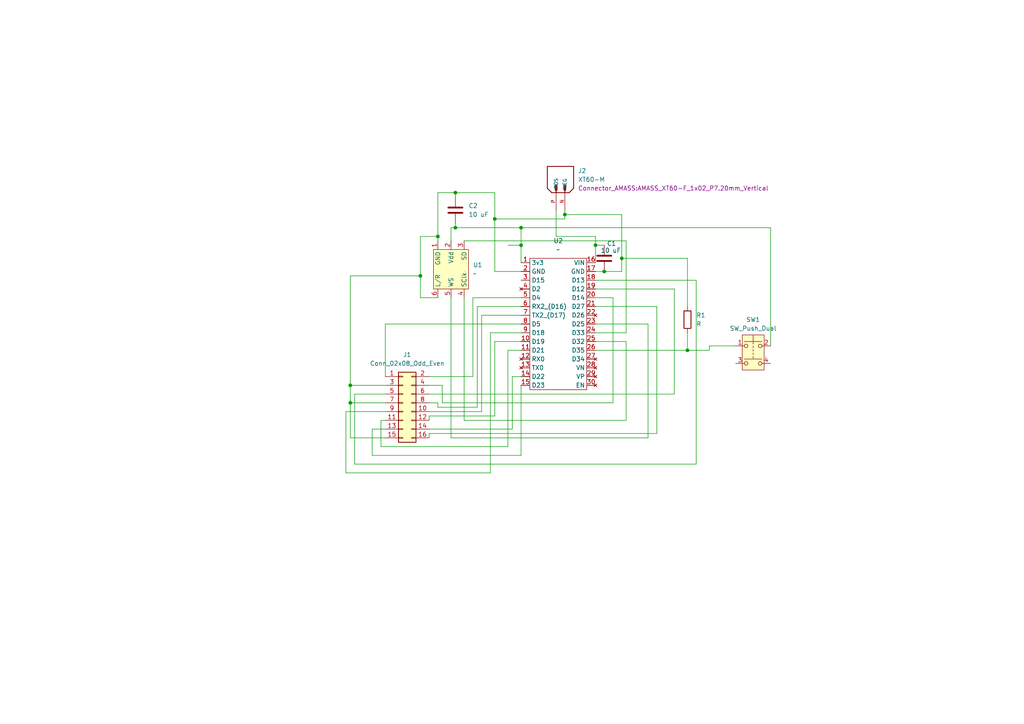
<source format=kicad_sch>
(kicad_sch (version 20250114) (generator "eeschema") (generator_version "9.0")
  (paper "A4")
  (lib_symbols
    (symbol "AudioVisSymbols:ESP32_DevKit"
      (property "Reference" "U" (at 0 0 0))
      (symbol "ESP32_DevKit_0_1"
        (rectangle (start 1.27 11.43) (end 17.78 -26.67))
      )
      (symbol "ESP32_DevKit_1_1"
        (pin power_out line (at -1.27 10.16 0) (length 2.54) (name "3v3") (number "1"))
        (pin power_out line (at -1.27 7.62 0) (length 2.54) (name "GND") (number "2"))
        (pin output line (at -1.27 5.08 0) (length 2.54) (name "D15") (number "3"))
        (pin no_connect line (at -1.27 2.54 0) (length 2.54) (name "D2") (number "4"))
        (pin output line (at -1.27 0 0) (length 2.54) (name "D4") (number "5"))
        (pin output line (at -1.27 -2.54 0) (length 2.54) (name "RX2_(D16)") (number "6"))
        (pin output line (at -1.27 -5.08 0) (length 2.54) (name "TX2_(D17)") (number "7"))
        (pin output line (at -1.27 -7.62 0) (length 2.54) (name "D5") (number "8"))
        (pin output line (at -1.27 -10.16 0) (length 2.54) (name "D18") (number "9"))
        (pin output line (at -1.27 -12.7 0) (length 2.54) (name "D19") (number "10"))
        (pin output line (at -1.27 -15.24 0) (length 2.54) (name "D21") (number "11"))
        (pin no_connect line (at -1.27 -17.78 0) (length 2.54) (name "RX0") (number "12"))
        (pin no_connect line (at -1.27 -20.32 0) (length 2.54) (name "TX0") (number "13"))
        (pin output line (at -1.27 -22.86 0) (length 2.54) (name "D22") (number "14"))
        (pin output line (at -1.27 -25.4 0) (length 2.54) (name "D23") (number "15"))
        (pin power_in line (at 20.32 10.16 180) (length 2.54) (name "VIN") (number "16"))
        (pin power_out line (at 20.32 7.62 180) (length 2.54) (name "GND") (number "17"))
        (pin output line (at 20.32 5.08 180) (length 2.54) (name "D13") (number "18"))
        (pin output line (at 20.32 2.54 180) (length 2.54) (name "D12") (number "19"))
        (pin output line (at 20.32 0 180) (length 2.54) (name "D14") (number "20"))
        (pin output line (at 20.32 -2.54 180) (length 2.54) (name "D27") (number "21"))
        (pin no_connect line (at 20.32 -5.08 180) (length 2.54) (name "D26") (number "22"))
        (pin output line (at 20.32 -7.62 180) (length 2.54) (name "D25") (number "23"))
        (pin output line (at 20.32 -10.16 180) (length 2.54) (name "D33") (number "24"))
        (pin output line (at 20.32 -12.7 180) (length 2.54) (name "D32") (number "25"))
        (pin input line (at 20.32 -15.24 180) (length 2.54) (name "D35") (number "26"))
        (pin no_connect line (at 20.32 -17.78 180) (length 2.54) (name "D34") (number "27"))
        (pin no_connect line (at 20.32 -20.32 180) (length 2.54) (name "VN") (number "28"))
        (pin no_connect line (at 20.32 -22.86 180) (length 2.54) (name "VP") (number "29"))
        (pin no_connect line (at 20.32 -25.4 180) (length 2.54) (name "EN") (number "30"))
      )
    )
    (symbol "AudioVisSymbols:INMP441"
      (property "Reference" "U" (at 0 0 0))
      (symbol "INMP441_0_1"
        (rectangle (start 6.35 -3.81) (end 6.35 -3.81))
        (rectangle (start 6.35 -3.81) (end 6.35 -3.81))
        (rectangle (start 10.16 0) (end 10.16 0))
      )
      (symbol "INMP441_1_1"
        (rectangle (start 1.27 6.35) (end 11.43 -5.08) (fill (type color) (color 255 255 194 1)))
        (pin power_in line (at 2.54 8.89 270) (length 2.54) (name "GND") (number "1"))
        (pin input line (at 2.54 -7.62 90) (length 2.54) (name "L/R") (number "6"))
        (pin power_in line (at 6.35 8.89 270) (length 2.54) (name "Vdd") (number "2"))
        (pin input line (at 6.35 -7.62 90) (length 2.54) (name "WS") (number "5"))
        (pin output line (at 10.16 8.89 270) (length 2.54) (name "SD") (number "3"))
        (pin input line (at 10.16 -7.62 90) (length 2.54) (name "SClk") (number "4"))
      )
    )
    (symbol "Connector_Generic:Conn_02x08_Odd_Even" (pin_names (offset 1.016) (hide yes))
      (property "Reference" "J" (at 1.27 10.16 0))
      (property "Value" "Conn_02x08_Odd_Even" (at 1.27 -12.7 0))
      (symbol "Conn_02x08_Odd_Even_1_1"
        (rectangle (start -1.27 8.89) (end 3.81 -11.43) (stroke (width 0.254)) (fill (type background)))
        (rectangle (start -1.27 7.747) (end 0 7.493) (stroke (width 0.1524)))
        (rectangle (start -1.27 5.207) (end 0 4.953) (stroke (width 0.1524)))
        (rectangle (start -1.27 2.667) (end 0 2.413) (stroke (width 0.1524)))
        (rectangle (start -1.27 0.127) (end 0 -0.127) (stroke (width 0.1524)))
        (rectangle (start -1.27 -2.413) (end 0 -2.667) (stroke (width 0.1524)))
        (rectangle (start -1.27 -4.953) (end 0 -5.207) (stroke (width 0.1524)))
        (rectangle (start -1.27 -7.493) (end 0 -7.747) (stroke (width 0.1524)))
        (rectangle (start -1.27 -10.033) (end 0 -10.287) (stroke (width 0.1524)))
        (rectangle (start 3.81 7.747) (end 2.54 7.493) (stroke (width 0.1524)))
        (rectangle (start 3.81 5.207) (end 2.54 4.953) (stroke (width 0.1524)))
        (rectangle (start 3.81 2.667) (end 2.54 2.413) (stroke (width 0.1524)))
        (rectangle (start 3.81 0.127) (end 2.54 -0.127) (stroke (width 0.1524)))
        (rectangle (start 3.81 -2.413) (end 2.54 -2.667) (stroke (width 0.1524)))
        (rectangle (start 3.81 -4.953) (end 2.54 -5.207) (stroke (width 0.1524)))
        (rectangle (start 3.81 -7.493) (end 2.54 -7.747) (stroke (width 0.1524)))
        (rectangle (start 3.81 -10.033) (end 2.54 -10.287) (stroke (width 0.1524)))
        (pin passive line (at -5.08 7.62 0) (length 3.81) (name "Pin_1") (number "1"))
        (pin passive line (at -5.08 5.08 0) (length 3.81) (name "Pin_3") (number "3"))
        (pin passive line (at -5.08 2.54 0) (length 3.81) (name "Pin_5") (number "5"))
        (pin passive line (at -5.08 0 0) (length 3.81) (name "Pin_7") (number "7"))
        (pin passive line (at -5.08 -2.54 0) (length 3.81) (name "Pin_9") (number "9"))
        (pin passive line (at -5.08 -5.08 0) (length 3.81) (name "Pin_11") (number "11"))
        (pin passive line (at -5.08 -7.62 0) (length 3.81) (name "Pin_13") (number "13"))
        (pin passive line (at -5.08 -10.16 0) (length 3.81) (name "Pin_15") (number "15"))
        (pin passive line (at 7.62 7.62 180) (length 3.81) (name "Pin_2") (number "2"))
        (pin passive line (at 7.62 5.08 180) (length 3.81) (name "Pin_4") (number "4"))
        (pin passive line (at 7.62 2.54 180) (length 3.81) (name "Pin_6") (number "6"))
        (pin passive line (at 7.62 0 180) (length 3.81) (name "Pin_8") (number "8"))
        (pin passive line (at 7.62 -2.54 180) (length 3.81) (name "Pin_10") (number "10"))
        (pin passive line (at 7.62 -5.08 180) (length 3.81) (name "Pin_12") (number "12"))
        (pin passive line (at 7.62 -7.62 180) (length 3.81) (name "Pin_14") (number "14"))
        (pin passive line (at 7.62 -10.16 180) (length 3.81) (name "Pin_16") (number "16"))
      )
    )
    (symbol "Device:C" (pin_numbers (hide yes)) (pin_names (offset 0.254))
      (property "Reference" "C" (at 0.635 2.54 0))
      (property "Value" "C" (at 0.635 -2.54 0))
      (symbol "C_0_1"
        (polyline (pts (xy -2.032 0.762) (xy 2.032 0.762)) (stroke (width 0.508)))
        (polyline (pts (xy -2.032 -0.762) (xy 2.032 -0.762)) (stroke (width 0.508)))
      )
      (symbol "C_1_1"
        (pin passive line (at 0 3.81 270) (length 2.794) (name "~") (number "1"))
        (pin passive line (at 0 -3.81 90) (length 2.794) (name "~") (number "2"))
      )
    )
    (symbol "Device:R" (pin_numbers (hide yes)) (pin_names (offset 0))
      (property "Reference" "R" (at 2.032 0 90))
      (property "Value" "R" (at 0 0 90))
      (symbol "R_0_1"
        (rectangle (start -1.016 -2.54) (end 1.016 2.54) (stroke (width 0.254)))
      )
      (symbol "R_1_1"
        (pin passive line (at 0 3.81 270) (length 1.27) (name "~") (number "1"))
        (pin passive line (at 0 -3.81 90) (length 1.27) (name "~") (number "2"))
      )
    )
    (symbol "Switch:SW_Push_Dual" (pin_names (offset 1.016) (hide yes))
      (property "Reference" "SW" (at 0 7.62 0))
      (property "Value" "SW_Push_Dual" (at 0 -6.35 0))
      (symbol "SW_Push_Dual_0_1"
        (circle (center -2.032 2.54) (radius 0.508))
        (circle (center -2.032 -2.54) (radius 0.508))
        (polyline (pts (xy 0 3.81) (xy 0 5.588)))
        (polyline (pts (xy 0 3.048) (xy 0 3.556)))
        (polyline (pts (xy 0 2.032) (xy 0 2.54)))
        (polyline (pts (xy 0 1.016) (xy 0 1.524)))
        (polyline (pts (xy 0 0.508) (xy 0 0)))
        (polyline (pts (xy 0 -0.508) (xy 0 -1.016)))
        (circle (center 2.032 2.54) (radius 0.508))
        (circle (center 2.032 -2.54) (radius 0.508))
        (polyline (pts (xy 2.54 3.81) (xy -2.54 3.81)))
        (polyline (pts (xy 2.54 -1.27) (xy -2.54 -1.27)))
        (pin passive line (at -5.08 2.54 0) (length 2.54) (name "1") (number "1"))
        (pin passive line (at -5.08 -2.54 0) (length 2.54) (name "3") (number "3"))
        (pin passive line (at 5.08 2.54 180) (length 2.54) (name "2") (number "2"))
        (pin passive line (at 5.08 -2.54 180) (length 2.54) (name "4") (number "4"))
      )
      (symbol "SW_Push_Dual_1_1"
        (rectangle (start -3.175 5.715) (end 3.175 -4.445) (fill (type background)))
      )
    )
    (symbol "XT60-M:XT60-M" (pin_names (offset 1.016))
      (property "Reference" "J" (at 0 6.35 0))
      (property "Value" "XT60-M" (at 0 -5.08 0))
      (symbol "XT60-M_0_0"
        (polyline (pts (xy 0 3.81) (xy 0 2.54)) (stroke (width 0.254)))
        (polyline (pts (xy 0 3.81) (xy 1.27 5.08)) (stroke (width 0.254)))
        (polyline (pts (xy 0 2.54) (xy 0 -1.27)) (stroke (width 0.254)))
        (polyline (pts (xy 0 2.54) (xy 1.905 2.54)) (stroke (width 0.254)))
        (polyline (pts (xy 0 0) (xy 1.905 0)) (stroke (width 0.254)))
        (polyline (pts (xy 0 -1.27) (xy 1.27 -2.54)) (stroke (width 0.254)))
        (rectangle (start 0.635 2.2225) (end 2.2225 2.8575) (stroke (width 0.1)) (fill (type outline)))
        (rectangle (start 0.635 -0.3175) (end 2.2225 0.3175) (stroke (width 0.1)) (fill (type outline)))
        (polyline (pts (xy 1.27 -2.54) (xy 7.62 -2.54)) (stroke (width 0.254)))
        (polyline (pts (xy 7.62 5.08) (xy 1.27 5.08)) (stroke (width 0.254)))
        (polyline (pts (xy 7.62 -2.54) (xy 7.62 5.08)) (stroke (width 0.254)))
        (pin passive line (at -5.08 2.54 0) (length 5.08) (name "POS") (number "P"))
        (pin passive line (at -5.08 0 0) (length 5.08) (name "NEG") (number "N"))
      )
    )
  )
  (junction (at 132.08 66.04))
  (junction (at 121.92 80.01))
  (junction (at 163.83 62.23))
  (junction (at 180.34 74.93))
  (junction (at 127 68.58))
  (junction (at 172.72 71.12))
  (junction (at 132.08 55.88))
  (junction (at 151.13 71.12))
  (junction (at 199.39 101.6))
  (junction (at 175.26 78.74))
  (junction (at 101.6 111.76))
  (junction (at 151.13 66.04))
  (junction (at 101.6 116.84))
  (junction (at 143.51 63.5))
  (wire (pts (xy 172.72 93.98) (xy 187.96 93.98)))
  (wire (pts (xy 139.7 119.38) (xy 124.46 119.38)))
  (wire (pts (xy 148.59 124.46) (xy 124.46 124.46)))
  (wire (pts (xy 172.72 86.36) (xy 177.8 86.36)))
  (wire (pts (xy 187.96 93.98) (xy 187.96 127)))
  (wire (pts (xy 151.13 132.08) (xy 107.95 132.08)))
  (wire (pts (xy 175.26 78.74) (xy 172.72 78.74)))
  (wire (pts (xy 161.29 60.96) (xy 161.29 68.58)))
  (wire (pts (xy 130.81 66.04) (xy 132.08 66.04)))
  (wire (pts (xy 127 68.58) (xy 127 69.85)))
  (wire (pts (xy 172.72 68.58) (xy 172.72 71.12)))
  (wire (pts (xy 172.72 96.52) (xy 181.61 96.52)))
  (wire (pts (xy 111.76 111.76) (xy 101.6 111.76)))
  (wire (pts (xy 201.93 134.62) (xy 102.87 134.62)))
  (wire (pts (xy 199.39 88.9) (xy 199.39 74.93)))
  (wire (pts (xy 151.13 96.52) (xy 142.24 96.52)))
  (wire (pts (xy 139.7 91.44) (xy 139.7 119.38)))
  (wire (pts (xy 102.87 134.62) (xy 102.87 114.3)))
  (wire (pts (xy 190.5 88.9) (xy 190.5 125.73)))
  (wire (pts (xy 172.72 71.12) (xy 172.72 76.2)))
  (wire (pts (xy 151.13 101.6) (xy 147.32 101.6)))
  (wire (pts (xy 151.13 109.22) (xy 148.59 109.22)))
  (wire (pts (xy 180.34 74.93) (xy 180.34 78.74)))
  (wire (pts (xy 102.87 114.3) (xy 111.76 114.3)))
  (wire (pts (xy 101.6 80.01) (xy 121.92 80.01)))
  (wire (pts (xy 163.83 60.96) (xy 163.83 62.23)))
  (wire (pts (xy 151.13 88.9) (xy 138.43 88.9)))
  (wire (pts (xy 180.34 62.23) (xy 180.34 74.93)))
  (wire (pts (xy 195.58 114.3) (xy 124.46 114.3)))
  (wire (pts (xy 111.76 116.84) (xy 101.6 116.84)))
  (wire (pts (xy 128.27 116.84) (xy 128.27 111.76)))
  (wire (pts (xy 180.34 78.74) (xy 175.26 78.74)))
  (wire (pts (xy 147.32 101.6) (xy 147.32 129.54)))
  (wire (pts (xy 151.13 111.76) (xy 151.13 132.08)))
  (wire (pts (xy 101.6 116.84) (xy 101.6 111.76)))
  (wire (pts (xy 201.93 81.28) (xy 201.93 134.62)))
  (wire (pts (xy 172.72 99.06) (xy 181.61 99.06)))
  (wire (pts (xy 172.72 81.28) (xy 201.93 81.28)))
  (wire (pts (xy 148.59 109.22) (xy 148.59 124.46)))
  (wire (pts (xy 130.81 69.85) (xy 130.81 66.04)))
  (wire (pts (xy 127 86.36) (xy 121.92 86.36)))
  (wire (pts (xy 137.16 109.22) (xy 124.46 109.22)))
  (wire (pts (xy 181.61 96.52) (xy 181.61 69.85)))
  (wire (pts (xy 151.13 71.12) (xy 151.13 76.2)))
  (wire (pts (xy 101.6 127) (xy 101.6 116.84)))
  (wire (pts (xy 143.51 78.74) (xy 151.13 78.74)))
  (wire (pts (xy 107.95 124.46) (xy 111.76 124.46)))
  (wire (pts (xy 121.92 86.36) (xy 121.92 80.01)))
  (wire (pts (xy 172.72 88.9) (xy 190.5 88.9)))
  (wire (pts (xy 132.08 55.88) (xy 127 55.88)))
  (wire (pts (xy 181.61 99.06) (xy 181.61 121.92)))
  (wire (pts (xy 199.39 101.6) (xy 172.72 101.6)))
  (wire (pts (xy 111.76 93.98) (xy 111.76 109.22)))
  (wire (pts (xy 205.74 101.6) (xy 199.39 101.6)))
  (wire (pts (xy 187.96 127) (xy 130.81 127)))
  (wire (pts (xy 190.5 125.73) (xy 124.46 125.73)))
  (wire (pts (xy 199.39 74.93) (xy 180.34 74.93)))
  (wire (pts (xy 223.52 66.04) (xy 223.52 100.33)))
  (wire (pts (xy 127 118.11) (xy 127 116.84)))
  (wire (pts (xy 134.62 69.85) (xy 181.61 69.85)))
  (wire (pts (xy 195.58 83.82) (xy 195.58 114.3)))
  (wire (pts (xy 121.92 80.01) (xy 121.92 68.58)))
  (wire (pts (xy 124.46 125.73) (xy 124.46 127)))
  (wire (pts (xy 143.51 63.5) (xy 143.51 55.88)))
  (wire (pts (xy 147.32 71.12) (xy 151.13 71.12)))
  (wire (pts (xy 172.72 83.82) (xy 195.58 83.82)))
  (wire (pts (xy 101.6 111.76) (xy 101.6 80.01)))
  (wire (pts (xy 143.51 120.65) (xy 124.46 120.65)))
  (wire (pts (xy 177.8 116.84) (xy 128.27 116.84)))
  (wire (pts (xy 151.13 99.06) (xy 143.51 99.06)))
  (wire (pts (xy 163.83 62.23) (xy 163.83 63.5)))
  (wire (pts (xy 199.39 96.52) (xy 199.39 101.6)))
  (wire (pts (xy 177.8 86.36) (xy 177.8 116.84)))
  (wire (pts (xy 163.83 63.5) (xy 143.51 63.5)))
  (wire (pts (xy 172.72 71.12) (xy 175.26 71.12)))
  (wire (pts (xy 132.08 55.88) (xy 132.08 57.15)))
  (wire (pts (xy 205.74 100.33) (xy 205.74 101.6)))
  (wire (pts (xy 121.92 68.58) (xy 127 68.58)))
  (wire (pts (xy 151.13 86.36) (xy 137.16 86.36)))
  (wire (pts (xy 127 116.84) (xy 124.46 116.84)))
  (wire (pts (xy 161.29 68.58) (xy 172.72 68.58)))
  (wire (pts (xy 151.13 91.44) (xy 139.7 91.44)))
  (wire (pts (xy 127 55.88) (xy 127 68.58)))
  (wire (pts (xy 110.49 129.54) (xy 110.49 121.92)))
  (wire (pts (xy 130.81 86.36) (xy 130.81 127)))
  (wire (pts (xy 143.51 99.06) (xy 143.51 120.65)))
  (wire (pts (xy 138.43 88.9) (xy 138.43 118.11)))
  (wire (pts (xy 100.33 137.16) (xy 100.33 119.38)))
  (wire (pts (xy 138.43 118.11) (xy 127 118.11)))
  (wire (pts (xy 132.08 64.77) (xy 132.08 66.04)))
  (wire (pts (xy 142.24 96.52) (xy 142.24 137.16)))
  (wire (pts (xy 143.51 78.74) (xy 143.51 63.5)))
  (wire (pts (xy 181.61 121.92) (xy 134.62 121.92)))
  (wire (pts (xy 147.32 129.54) (xy 110.49 129.54)))
  (wire (pts (xy 151.13 66.04) (xy 151.13 71.12)))
  (wire (pts (xy 143.51 55.88) (xy 132.08 55.88)))
  (wire (pts (xy 110.49 121.92) (xy 111.76 121.92)))
  (wire (pts (xy 163.83 62.23) (xy 180.34 62.23)))
  (wire (pts (xy 151.13 66.04) (xy 223.52 66.04)))
  (wire (pts (xy 128.27 111.76) (xy 124.46 111.76)))
  (wire (pts (xy 100.33 119.38) (xy 111.76 119.38)))
  (wire (pts (xy 142.24 137.16) (xy 100.33 137.16)))
  (wire (pts (xy 134.62 121.92) (xy 134.62 86.36)))
  (wire (pts (xy 132.08 66.04) (xy 151.13 66.04)))
  (wire (pts (xy 107.95 132.08) (xy 107.95 124.46)))
  (wire (pts (xy 151.13 93.98) (xy 111.76 93.98)))
  (wire (pts (xy 111.76 127) (xy 101.6 127)))
  (wire (pts (xy 124.46 120.65) (xy 124.46 121.92)))
  (wire (pts (xy 137.16 86.36) (xy 137.16 109.22)))
  (wire (pts (xy 213.36 100.33) (xy 205.74 100.33)))
  (symbol (lib_id "Device:C") (at 175.26 74.93 0) (unit 1)
    (property "Reference" "C1" (at 176.022 70.612 0) (effects (justify left)))
    (property "Value" "10 uF" (at 174.244 72.644 0) (effects (justify left)))
    (property "Footprint" "Capacitor_THT:C_Rect_L4.0mm_W2.5mm_P2.50mm" (effects (hide yes)))
    (property "Description" "Unpolarized capacitor" (effects (hide yes)))
  )
  (symbol (lib_id "Connector_Generic:Conn_02x08_Odd_Even") (at 116.84 116.84 0) (unit 1)
    (property "Reference" "J1" (at 118.11 102.87 0))
    (property "Value" "Conn_02x08_Odd_Even" (at 118.11 105.41 0))
    (property "Footprint" "Connector_IDC:IDC-Header_2x08_P2.54mm_Latch9.5mm_Vertical" (effects (hide yes)))
    (property "Description" "Generic connector, double row, 02x08, odd/even pin numbering scheme (row 1 odd numbers, row 2 even numbers), script generated (kicad-library-utils/schlib/autogen/connector/)" (effects (hide yes)))
  )
  (symbol (lib_id "AudioVisSymbols:INMP441") (at 124.46 78.74 0) (unit 1)
    (property "Reference" "U1" (at 137.16 76.8349 0) (effects (justify left)))
    (property "Value" "~" (at 137.16 79.3749 0) (effects (justify left)))
    (property "Footprint" "AudioVis:INMP441" (effects (hide yes)))
  )
  (symbol (lib_id "Device:R") (at 199.39 92.71 0) (unit 1)
    (property "Reference" "R1" (at 201.93 91.4399 0) (effects (justify left)))
    (property "Value" "R" (at 201.93 93.9799 0) (effects (justify left)))
    (property "Description" "Resistor" (effects (hide yes)))
  )
  (symbol (lib_id "XT60-M:XT60-M") (at 163.83 55.88 90) (unit 1)
    (property "Reference" "J2" (at 167.64 49.5299 90) (effects (justify right)))
    (property "Value" "XT60-M" (at 167.64 52.0699 90) (effects (justify right)))
    (property "Footprint" "Connector_AMASS:AMASS_XT60-F_1x02_P7.20mm_Vertical" (at 167.64 54.6099 90) (effects (justify right)))
    (property "MF" "AMASS" (effects (hide yes)))
    (property "MAXIMUM_PACKAGE_HEIGHT" "16.00 mm" (effects (hide yes)))
    (property "Package" "Package" (effects (hide yes)))
    (property "Price" "None" (effects (hide yes)))
    (property "Check_prices" "https://www.snapeda.com/parts/XT60-M/AMASS/view-part/?ref=eda" (effects (hide yes)))
    (property "STANDARD" "IPC 7351B" (effects (hide yes)))
    (property "PARTREV" "V1.2" (effects (hide yes)))
    (property "SnapEDA_Link" "https://www.snapeda.com/parts/XT60-M/AMASS/view-part/?ref=snap" (effects (hide yes)))
    (property "MP" "XT60-M" (effects (hide yes)))
    (property "Description_1" "Plug; DC supply; XT60; male; PIN: 2; for cable; soldered; 30A; 500V" (effects (hide yes)))
    (property "Availability" "In Stock" (effects (hide yes)))
    (property "MANUFACTURER" "AMASS" (effects (hide yes)))
  )
  (symbol (lib_id "AudioVisSymbols:ESP32_DevKit") (at 152.4 86.36 0) (unit 1)
    (property "Reference" "U2" (at 161.925 69.85 0))
    (property "Value" "~" (at 161.925 72.39 0))
    (property "Footprint" "AudioVis:ESP32DevKit" (effects (hide yes)))
  )
  (symbol (lib_id "Switch:SW_Push_Dual") (at 218.44 102.87 0) (unit 1)
    (property "Reference" "SW1" (at 218.44 92.71 0))
    (property "Value" "SW_Push_Dual" (at 218.44 95.25 0))
    (property "Description" "Push button switch, generic, symbol, four pins" (effects (hide yes)))
  )
  (symbol (lib_id "Device:C") (at 132.08 60.96 0) (unit 1)
    (property "Reference" "C2" (at 135.89 59.6899 0) (effects (justify left)))
    (property "Value" "10 uF" (at 135.89 62.2299 0) (effects (justify left)))
    (property "Footprint" "Capacitor_THT:C_Rect_L4.0mm_W2.5mm_P2.50mm" (effects (hide yes)))
    (property "Description" "Unpolarized capacitor" (effects (hide yes)))
  )
)
</source>
